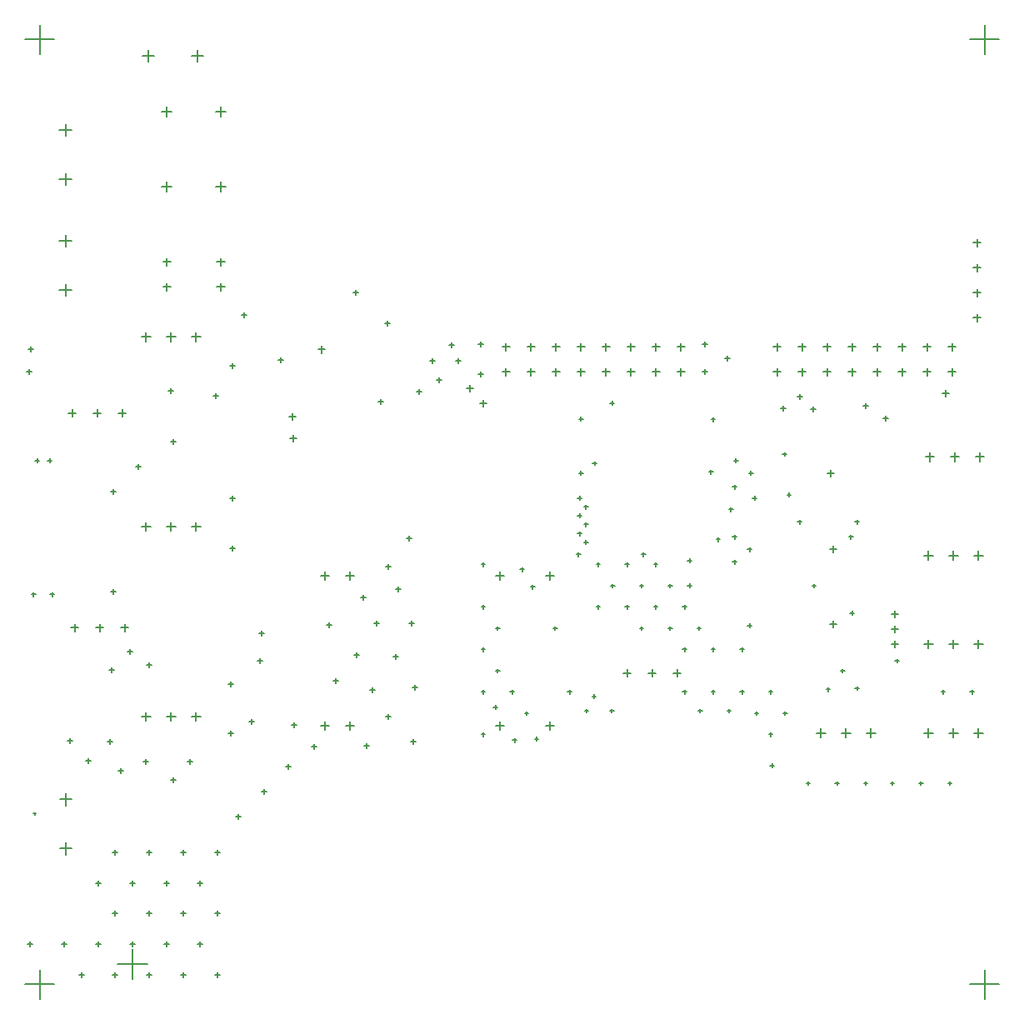
<source format=gbr>
G04 Layer_Color=128*
%FSLAX25Y25*%
%MOIN*%
%TF.FileFunction,Drillmap*%
%TF.Part,Single*%
G01*
G75*
%TA.AperFunction,NonConductor*%
%ADD55C,0.00500*%
D55*
X381100Y246900D02*
X384100D01*
X382600Y245400D02*
Y248400D01*
X381100Y256900D02*
X384100D01*
X382600Y255400D02*
Y258400D01*
X381100Y266900D02*
X384100D01*
X382600Y265400D02*
Y268400D01*
X381100Y276900D02*
X384100D01*
X382600Y275400D02*
Y278400D01*
X1695Y358253D02*
X13506D01*
X7600Y352347D02*
Y364158D01*
X379647Y358253D02*
X391458D01*
X385553Y352347D02*
Y364158D01*
X379647Y-19700D02*
X391458D01*
X385553Y-25605D02*
Y-13794D01*
X1695Y-19700D02*
X13506D01*
X7600Y-25605D02*
Y-13794D01*
X38794Y-11600D02*
X50605D01*
X44700Y-17505D02*
Y-5694D01*
X15738Y34558D02*
X20462D01*
X18100Y32195D02*
Y36920D01*
X15738Y54242D02*
X20462D01*
X18100Y51880D02*
Y56605D01*
X48608Y351800D02*
X53333D01*
X50970Y349438D02*
Y354162D01*
X68293Y351800D02*
X73018D01*
X70655Y349438D02*
Y354162D01*
X15504Y322143D02*
X20229D01*
X17866Y319780D02*
Y324505D01*
X15504Y302457D02*
X20229D01*
X17866Y300095D02*
Y304820D01*
X15504Y277642D02*
X20229D01*
X17866Y275280D02*
Y280005D01*
X15504Y257958D02*
X20229D01*
X17866Y255595D02*
Y260320D01*
X48329Y239300D02*
X51872D01*
X50100Y237528D02*
Y241072D01*
X58328Y239300D02*
X61872D01*
X60100Y237528D02*
Y241072D01*
X68328Y239300D02*
X71872D01*
X70100Y237528D02*
Y241072D01*
X48329Y163350D02*
X51872D01*
X50100Y161578D02*
Y165122D01*
X58328Y163350D02*
X61872D01*
X60100Y161578D02*
Y165122D01*
X68328Y163350D02*
X71872D01*
X70100Y161578D02*
Y165122D01*
X48329Y87400D02*
X51872D01*
X50100Y85628D02*
Y89172D01*
X58328Y87400D02*
X61872D01*
X60100Y85628D02*
Y89172D01*
X68328Y87400D02*
X71872D01*
X70100Y85628D02*
Y89172D01*
X361929Y191300D02*
X365472D01*
X363700Y189528D02*
Y193072D01*
X371929Y191300D02*
X375472D01*
X373700Y189528D02*
Y193072D01*
X381928Y191300D02*
X385472D01*
X383700Y189528D02*
Y193072D01*
X381328Y151800D02*
X384871D01*
X383100Y150028D02*
Y153572D01*
X371328Y151800D02*
X374871D01*
X373100Y150028D02*
Y153572D01*
X361328Y151800D02*
X364871D01*
X363100Y150028D02*
Y153572D01*
X318328Y80800D02*
X321872D01*
X320100Y79028D02*
Y82572D01*
X328328Y80800D02*
X331872D01*
X330100Y79028D02*
Y82572D01*
X338329Y80800D02*
X341872D01*
X340100Y79028D02*
Y82572D01*
X361328Y80800D02*
X364872D01*
X363100Y79028D02*
Y82572D01*
X371328Y80800D02*
X374871D01*
X373100Y79028D02*
Y82572D01*
X381328Y80800D02*
X384872D01*
X383100Y79028D02*
Y82572D01*
X361328Y116341D02*
X364872D01*
X363100Y114570D02*
Y118113D01*
X371328Y116341D02*
X374871D01*
X373100Y114570D02*
Y118113D01*
X381328Y116341D02*
X384872D01*
X383100Y114570D02*
Y118113D01*
X212600Y235300D02*
X215600D01*
X214100Y233800D02*
Y236800D01*
X202600Y235300D02*
X205600D01*
X204100Y233800D02*
Y236800D01*
X262600Y235300D02*
X265600D01*
X264100Y233800D02*
Y236800D01*
X252600Y235300D02*
X255600D01*
X254100Y233800D02*
Y236800D01*
X242600Y235300D02*
X245600D01*
X244100Y233800D02*
Y236800D01*
X232600Y235300D02*
X235600D01*
X234100Y233800D02*
Y236800D01*
X222600Y235300D02*
X225600D01*
X224100Y233800D02*
Y236800D01*
X192600Y235300D02*
X195600D01*
X194100Y233800D02*
Y236800D01*
X212600Y225300D02*
X215600D01*
X214100Y223800D02*
Y226800D01*
X202600Y225300D02*
X205600D01*
X204100Y223800D02*
Y226800D01*
X262600Y225300D02*
X265600D01*
X264100Y223800D02*
Y226800D01*
X252600Y225300D02*
X255600D01*
X254100Y223800D02*
Y226800D01*
X242600Y225300D02*
X245600D01*
X244100Y223800D02*
Y226800D01*
X232600Y225300D02*
X235600D01*
X234100Y223800D02*
Y226800D01*
X222600Y225300D02*
X225600D01*
X224100Y223800D02*
Y226800D01*
X192600Y225300D02*
X195600D01*
X194100Y223800D02*
Y226800D01*
X321100Y225300D02*
X324100D01*
X322600Y223800D02*
Y226800D01*
X311100Y225300D02*
X314100D01*
X312600Y223800D02*
Y226800D01*
X371100Y225300D02*
X374100D01*
X372600Y223800D02*
Y226800D01*
X361100Y225300D02*
X364100D01*
X362600Y223800D02*
Y226800D01*
X351100Y225300D02*
X354100D01*
X352600Y223800D02*
Y226800D01*
X341100Y225300D02*
X344100D01*
X342600Y223800D02*
Y226800D01*
X331100Y225300D02*
X334100D01*
X332600Y223800D02*
Y226800D01*
X301100Y225300D02*
X304100D01*
X302600Y223800D02*
Y226800D01*
X321100Y235300D02*
X324100D01*
X322600Y233800D02*
Y236800D01*
X311100Y235300D02*
X314100D01*
X312600Y233800D02*
Y236800D01*
X371100Y235300D02*
X374100D01*
X372600Y233800D02*
Y236800D01*
X361100Y235300D02*
X364100D01*
X362600Y233800D02*
Y236800D01*
X351100Y235300D02*
X354100D01*
X352600Y233800D02*
Y236800D01*
X341100Y235300D02*
X344100D01*
X342600Y233800D02*
Y236800D01*
X331100Y235300D02*
X334100D01*
X332600Y233800D02*
Y236800D01*
X301100Y235300D02*
X304100D01*
X302600Y233800D02*
Y236800D01*
X210125Y143700D02*
X213275D01*
X211700Y142125D02*
Y145275D01*
X190125Y143700D02*
X193275D01*
X191700Y142125D02*
Y145275D01*
X130125Y143700D02*
X133275D01*
X131700Y142125D02*
Y145275D01*
X120125Y143700D02*
X123275D01*
X121700Y142125D02*
Y145275D01*
X120125Y83700D02*
X123275D01*
X121700Y82125D02*
Y85275D01*
X210125Y83700D02*
X213275D01*
X211700Y82125D02*
Y85275D01*
X190125Y83700D02*
X193275D01*
X191700Y82125D02*
Y85275D01*
X130125Y83700D02*
X133275D01*
X131700Y82125D02*
Y85275D01*
X251100Y104800D02*
X254100D01*
X252600Y103300D02*
Y106300D01*
X261100Y104800D02*
X264100D01*
X262600Y103300D02*
Y106300D01*
X241100Y104800D02*
X244100D01*
X242600Y103300D02*
Y106300D01*
X30084Y123000D02*
X33084D01*
X31584Y121500D02*
Y124500D01*
X40084Y123000D02*
X43084D01*
X41584Y121500D02*
Y124500D01*
X20084Y123000D02*
X23084D01*
X21584Y121500D02*
Y124500D01*
X56510Y329300D02*
X60447D01*
X58479Y327331D02*
Y331269D01*
X56510Y299300D02*
X60447D01*
X58479Y297332D02*
Y301269D01*
X56904Y269300D02*
X60053D01*
X58479Y267725D02*
Y270875D01*
X56904Y259300D02*
X60053D01*
X58479Y257725D02*
Y260875D01*
X78010Y329300D02*
X81947D01*
X79979Y327331D02*
Y331269D01*
X78010Y299300D02*
X81947D01*
X79979Y297332D02*
Y301269D01*
X78404Y269300D02*
X81554D01*
X79979Y267725D02*
Y270875D01*
X78404Y259300D02*
X81554D01*
X79979Y257725D02*
Y260875D01*
X19100Y208800D02*
X22100D01*
X20600Y207300D02*
Y210300D01*
X29100Y208800D02*
X32100D01*
X30600Y207300D02*
Y210300D01*
X39100Y208800D02*
X42100D01*
X40600Y207300D02*
Y210300D01*
X368700Y216700D02*
X371500D01*
X370100Y215300D02*
Y218100D01*
X83600Y174800D02*
X85600D01*
X84600Y173800D02*
Y175800D01*
X83600Y154800D02*
X85600D01*
X84600Y153800D02*
Y155800D01*
X370875Y60705D02*
X372375D01*
X371624Y59955D02*
Y61455D01*
X314350Y60800D02*
X315850D01*
X315100Y60050D02*
Y61550D01*
X325850Y60800D02*
X327350D01*
X326600Y60050D02*
Y61550D01*
X337350Y60800D02*
X338850D01*
X338100Y60050D02*
Y61550D01*
X304850Y192339D02*
X306350D01*
X305600Y191589D02*
Y193089D01*
X196826Y77945D02*
X198326D01*
X197575Y77195D02*
Y78695D01*
X184350Y80300D02*
X185850D01*
X185100Y79550D02*
Y81050D01*
X205548Y78498D02*
X207048D01*
X206298Y77748D02*
Y79248D01*
X287850Y97300D02*
X289350D01*
X288600Y96550D02*
Y98050D01*
X276350Y97300D02*
X277850D01*
X277100Y96550D02*
Y98050D01*
X264850Y97300D02*
X266350D01*
X265600Y96550D02*
Y98050D01*
X282600Y89800D02*
X284100D01*
X283350Y89050D02*
Y90550D01*
X271100Y89800D02*
X272600D01*
X271850Y89050D02*
Y90550D01*
X228548Y95498D02*
X230048D01*
X229298Y94748D02*
Y96248D01*
X184350Y97300D02*
X185850D01*
X185100Y96550D02*
Y98050D01*
X189125Y91155D02*
X190624D01*
X189874Y90405D02*
Y91905D01*
X190100Y105800D02*
X191600D01*
X190850Y105050D02*
Y106550D01*
X195850Y97300D02*
X197350D01*
X196600Y96550D02*
Y98050D01*
X201600Y88800D02*
X203100D01*
X202350Y88050D02*
Y89550D01*
X225600Y89800D02*
X227100D01*
X226350Y89050D02*
Y90550D01*
X235750Y89800D02*
X237250D01*
X236500Y89050D02*
Y90550D01*
X218850Y97300D02*
X220350D01*
X219600Y96550D02*
Y98050D01*
X322350Y98300D02*
X323850D01*
X323100Y97550D02*
Y99050D01*
X305100Y88800D02*
X306600D01*
X305850Y88050D02*
Y89550D01*
X299350Y97300D02*
X300850D01*
X300100Y96550D02*
Y98050D01*
X293600Y88800D02*
X295100D01*
X294350Y88050D02*
Y89550D01*
X333850Y98800D02*
X335350D01*
X334600Y98050D02*
Y99550D01*
X328100Y105800D02*
X329600D01*
X328850Y105050D02*
Y106550D01*
X349850Y109800D02*
X351350D01*
X350600Y109050D02*
Y110550D01*
X368350Y97300D02*
X369850D01*
X369100Y96550D02*
Y98050D01*
X379850Y97300D02*
X381350D01*
X380600Y96550D02*
Y98050D01*
X359374Y60705D02*
X360875D01*
X360124Y59955D02*
Y61455D01*
X347874Y60705D02*
X349375D01*
X348624Y59955D02*
Y61455D01*
X299350Y80300D02*
X300850D01*
X300100Y79550D02*
Y81050D01*
X316600Y139800D02*
X318100D01*
X317350Y139050D02*
Y140550D01*
X333850Y165300D02*
X335350D01*
X334600Y164550D02*
Y166050D01*
X310850Y165300D02*
X312350D01*
X311600Y164550D02*
Y166050D01*
X306669Y176198D02*
X308169D01*
X307419Y175448D02*
Y176948D01*
X228850Y188800D02*
X230350D01*
X229600Y188050D02*
Y189550D01*
X278350Y158300D02*
X279850D01*
X279100Y157550D02*
Y159050D01*
X259100Y139800D02*
X260600D01*
X259850Y139050D02*
Y140550D01*
X264850Y131300D02*
X266350D01*
X265600Y130550D02*
Y132050D01*
X270600Y122800D02*
X272100D01*
X271350Y122050D02*
Y123550D01*
X253350Y148300D02*
X254850D01*
X254100Y147550D02*
Y149050D01*
X241850Y148300D02*
X243350D01*
X242600Y147550D02*
Y149050D01*
X230350Y148300D02*
X231850D01*
X231100Y147550D02*
Y149050D01*
X247600Y139800D02*
X249100D01*
X248350Y139050D02*
Y140550D01*
X236100Y139800D02*
X237600D01*
X236850Y139050D02*
Y140550D01*
X253350Y131300D02*
X254850D01*
X254100Y130550D02*
Y132050D01*
X241850Y131300D02*
X243350D01*
X242600Y130550D02*
Y132050D01*
X230350Y131300D02*
X231850D01*
X231100Y130550D02*
Y132050D01*
X184350Y131300D02*
X185850D01*
X185100Y130550D02*
Y132050D01*
X184350Y114300D02*
X185850D01*
X185100Y113550D02*
Y115050D01*
X190100Y122800D02*
X191600D01*
X190850Y122050D02*
Y123550D01*
X213100Y122800D02*
X214600D01*
X213850Y122050D02*
Y123550D01*
X247600Y122800D02*
X249100D01*
X248350Y122050D02*
Y123550D01*
X287850Y114300D02*
X289350D01*
X288600Y113550D02*
Y115050D01*
X276350Y114300D02*
X277850D01*
X277100Y113550D02*
Y115050D01*
X259100Y122800D02*
X260600D01*
X259850Y122050D02*
Y123550D01*
X264850Y114300D02*
X266350D01*
X265600Y113550D02*
Y115050D01*
X204049Y139300D02*
X205550D01*
X204800Y138550D02*
Y140050D01*
X184350Y148300D02*
X185850D01*
X185100Y147550D02*
Y149050D01*
X199850Y146300D02*
X201350D01*
X200600Y145550D02*
Y147050D01*
X348200Y122300D02*
X351000D01*
X349600Y120900D02*
Y123700D01*
X149100Y111400D02*
X151100D01*
X150100Y110400D02*
Y112400D01*
X136100Y135200D02*
X138100D01*
X137100Y134200D02*
Y136200D01*
X50400Y108200D02*
X52400D01*
X51400Y107200D02*
Y109200D01*
X42800Y113400D02*
X44800D01*
X43800Y112400D02*
Y114400D01*
X77100Y215800D02*
X79100D01*
X78100Y214800D02*
Y216800D01*
X83600Y227800D02*
X85600D01*
X84600Y226800D02*
Y228800D01*
X102900Y230100D02*
X104900D01*
X103900Y229100D02*
Y231100D01*
X3100Y234500D02*
X5100D01*
X4100Y233500D02*
Y235500D01*
X58900Y217800D02*
X60900D01*
X59900Y216800D02*
Y218800D01*
X2400Y225300D02*
X4400D01*
X3400Y224300D02*
Y226300D01*
X60100Y197300D02*
X62100D01*
X61100Y196300D02*
Y198300D01*
X46100Y187300D02*
X48100D01*
X47100Y186300D02*
Y188300D01*
X36100Y177300D02*
X38100D01*
X37100Y176300D02*
Y178300D01*
X36100Y137300D02*
X38100D01*
X37100Y136300D02*
Y138300D01*
X83135Y100353D02*
X85135D01*
X84135Y99353D02*
Y101353D01*
X83135Y80570D02*
X85135D01*
X84135Y79570D02*
Y81570D01*
X66600Y69300D02*
X68600D01*
X67600Y68300D02*
Y70300D01*
X49100Y69300D02*
X51100D01*
X50100Y68300D02*
Y70300D01*
X39000Y65700D02*
X41000D01*
X40000Y64700D02*
Y66700D01*
X18600Y77800D02*
X20600D01*
X19600Y76800D02*
Y78800D01*
X91400Y85400D02*
X93400D01*
X92400Y84400D02*
Y86400D01*
X34600Y77300D02*
X36600D01*
X35600Y76300D02*
Y78300D01*
X59900Y62200D02*
X61900D01*
X60900Y61200D02*
Y63200D01*
X26100Y69800D02*
X28100D01*
X27100Y68800D02*
Y70800D01*
X86100Y47300D02*
X88100D01*
X87100Y46300D02*
Y48300D01*
X96400Y57400D02*
X98400D01*
X97400Y56400D02*
Y58400D01*
X106100Y67300D02*
X108100D01*
X107100Y66300D02*
Y68300D01*
X35300Y106000D02*
X37300D01*
X36300Y105000D02*
Y107000D01*
X94600Y109600D02*
X96600D01*
X95600Y108600D02*
Y110600D01*
X154200Y158700D02*
X156200D01*
X155200Y157700D02*
Y159700D01*
X146100Y147300D02*
X148100D01*
X147100Y146300D02*
Y148300D01*
X150100Y138500D02*
X152100D01*
X151100Y137500D02*
Y139500D01*
X141300Y124600D02*
X143300D01*
X142300Y123600D02*
Y125600D01*
X155400Y124600D02*
X157400D01*
X156400Y123600D02*
Y125600D01*
X133200Y111900D02*
X135200D01*
X134200Y110900D02*
Y112900D01*
X139800Y98200D02*
X141800D01*
X140800Y97200D02*
Y99200D01*
X146100Y87300D02*
X148100D01*
X147100Y86300D02*
Y88300D01*
X125100Y101600D02*
X127100D01*
X126100Y100600D02*
Y102600D01*
X122500Y124000D02*
X124500D01*
X123500Y123000D02*
Y125000D01*
X95500Y120800D02*
X97500D01*
X96500Y119800D02*
Y121800D01*
X156700Y99100D02*
X158700D01*
X157700Y98100D02*
Y100100D01*
X116300Y75400D02*
X118300D01*
X117300Y74400D02*
Y76400D01*
X137400Y75800D02*
X139400D01*
X138400Y74800D02*
Y76800D01*
X156100Y77300D02*
X158100D01*
X157100Y76300D02*
Y78300D01*
X132900Y257000D02*
X134900D01*
X133900Y256000D02*
Y258000D01*
X88500Y248100D02*
X90500D01*
X89500Y247100D02*
Y249100D01*
X145600Y244605D02*
X147600D01*
X146600Y243605D02*
Y245605D01*
X142900Y213500D02*
X144900D01*
X143900Y212500D02*
Y214500D01*
X163700Y229700D02*
X165700D01*
X164700Y228700D02*
Y230700D01*
X158500Y217400D02*
X160500D01*
X159500Y216400D02*
Y218400D01*
X174100Y229800D02*
X176100D01*
X175100Y228800D02*
Y230800D01*
X183100Y236300D02*
X185100D01*
X184100Y235300D02*
Y237300D01*
X171300Y236000D02*
X173300D01*
X172300Y235000D02*
Y237000D01*
X166300Y222200D02*
X168300D01*
X167300Y221200D02*
Y223200D01*
X183100Y224300D02*
X185100D01*
X184100Y223300D02*
Y225300D01*
X281600Y230800D02*
X283600D01*
X282600Y229800D02*
Y231800D01*
X272600Y236300D02*
X274600D01*
X273600Y235300D02*
Y237300D01*
X272600Y225300D02*
X274600D01*
X273600Y224300D02*
Y226300D01*
X276350Y206300D02*
X277850D01*
X277100Y205550D02*
Y207050D01*
X316100Y210300D02*
X318100D01*
X317100Y209300D02*
Y211300D01*
X310600Y215300D02*
X312600D01*
X311600Y214300D02*
Y216300D01*
X304100Y210800D02*
X306100D01*
X305100Y209800D02*
Y211800D01*
X345100Y206800D02*
X347100D01*
X346100Y205800D02*
Y207800D01*
X337100Y211800D02*
X339100D01*
X338100Y210800D02*
Y212800D01*
X107700Y198800D02*
X110500D01*
X109100Y197400D02*
Y200200D01*
X183700Y212800D02*
X186500D01*
X185100Y211400D02*
Y214200D01*
X178200Y218800D02*
X181000D01*
X179600Y217400D02*
Y220200D01*
X223313Y206453D02*
X224887D01*
X224100Y205666D02*
Y207241D01*
X235813Y212800D02*
X237387D01*
X236600Y212013D02*
Y213587D01*
X222313Y152300D02*
X223887D01*
X223100Y151513D02*
Y153087D01*
X248313Y152300D02*
X249887D01*
X249100Y151513D02*
Y153087D01*
X275313Y185300D02*
X276887D01*
X276100Y184513D02*
Y186087D01*
X223313Y184800D02*
X224887D01*
X224100Y184013D02*
Y185587D01*
X299813Y67800D02*
X301387D01*
X300600Y67013D02*
Y68587D01*
X291313Y184800D02*
X292887D01*
X292100Y184013D02*
Y185587D01*
X290813Y154300D02*
X292387D01*
X291600Y153513D02*
Y155087D01*
X290813Y123800D02*
X292387D01*
X291600Y123013D02*
Y124587D01*
X266813Y139800D02*
X268387D01*
X267600Y139013D02*
Y140587D01*
X266813Y149800D02*
X268387D01*
X267600Y149013D02*
Y150587D01*
X284813Y149300D02*
X286387D01*
X285600Y148513D02*
Y150087D01*
X284813Y159300D02*
X286387D01*
X285600Y158513D02*
Y160087D01*
X285313Y189800D02*
X286887D01*
X286100Y189013D02*
Y190587D01*
X284813Y179300D02*
X286387D01*
X285600Y178513D02*
Y180087D01*
X283313Y170264D02*
X284887D01*
X284100Y169477D02*
Y171052D01*
X292813Y174800D02*
X294387D01*
X293600Y174013D02*
Y175587D01*
X225313Y157122D02*
X226887D01*
X226100Y156335D02*
Y157910D01*
X222813Y160658D02*
X224387D01*
X223600Y159871D02*
Y161445D01*
X225313Y164300D02*
X226887D01*
X226100Y163513D02*
Y165087D01*
X225313Y171300D02*
X226887D01*
X226100Y170513D02*
Y172087D01*
X222813Y167800D02*
X224387D01*
X223600Y167013D02*
Y168587D01*
X222813Y174800D02*
X224387D01*
X223600Y174013D02*
Y175587D01*
X323700Y124300D02*
X326500D01*
X325100Y122900D02*
Y125700D01*
X331813Y128800D02*
X333387D01*
X332600Y128013D02*
Y129587D01*
X331313Y159300D02*
X332887D01*
X332100Y158513D02*
Y160087D01*
X323700Y154300D02*
X326500D01*
X325100Y152900D02*
Y155700D01*
X322700Y184800D02*
X325500D01*
X324100Y183400D02*
Y186200D01*
X348200Y128300D02*
X351000D01*
X349600Y126900D02*
Y129700D01*
X348200Y116300D02*
X351000D01*
X349600Y114900D02*
Y117700D01*
X107200Y207300D02*
X110000D01*
X108600Y205900D02*
Y208700D01*
X5813Y189800D02*
X7387D01*
X6600Y189013D02*
Y190587D01*
X10813Y189800D02*
X12387D01*
X11600Y189013D02*
Y190587D01*
X108500Y84000D02*
X110500D01*
X109500Y83000D02*
Y85000D01*
X5100Y48700D02*
X6100D01*
X5600Y48200D02*
Y49200D01*
X77600Y33000D02*
X79600D01*
X78600Y32000D02*
Y34000D01*
X64000Y33000D02*
X66000D01*
X65000Y32000D02*
Y34000D01*
X57200Y20800D02*
X59200D01*
X58200Y19800D02*
Y21800D01*
X70800Y20800D02*
X72800D01*
X71800Y19800D02*
Y21800D01*
X43600Y20800D02*
X45600D01*
X44600Y19800D02*
Y21800D01*
X50400Y33000D02*
X52400D01*
X51400Y32000D02*
Y34000D01*
X50400Y8600D02*
X52400D01*
X51400Y7600D02*
Y9600D01*
X77600Y8600D02*
X79600D01*
X78600Y7600D02*
Y9600D01*
X64000Y8600D02*
X66000D01*
X65000Y7600D02*
Y9600D01*
X43600Y-3600D02*
X45600D01*
X44600Y-4600D02*
Y-2600D01*
X70800Y-3600D02*
X72800D01*
X71800Y-4600D02*
Y-2600D01*
X57200Y-3600D02*
X59200D01*
X58200Y-4600D02*
Y-2600D01*
X50400Y-15800D02*
X52400D01*
X51400Y-16800D02*
Y-14800D01*
X77600Y-15800D02*
X79600D01*
X78600Y-16800D02*
Y-14800D01*
X64000Y-15800D02*
X66000D01*
X65000Y-16800D02*
Y-14800D01*
X36800Y8600D02*
X38800D01*
X37800Y7600D02*
Y9600D01*
X36800Y33000D02*
X38800D01*
X37800Y32000D02*
Y34000D01*
X36800Y-15800D02*
X38800D01*
X37800Y-16800D02*
Y-14800D01*
X30000Y20800D02*
X32000D01*
X31000Y19800D02*
Y21800D01*
X30000Y-3600D02*
X32000D01*
X31000Y-4600D02*
Y-2600D01*
X16400Y-3600D02*
X18400D01*
X17400Y-4600D02*
Y-2600D01*
X2800Y-3600D02*
X4800D01*
X3800Y-4600D02*
Y-2600D01*
X23200Y-15800D02*
X25200D01*
X24200Y-16800D02*
Y-14800D01*
X118919Y234250D02*
X121719D01*
X120318Y232850D02*
Y235650D01*
X4313Y136300D02*
X5887D01*
X5100Y135513D02*
Y137087D01*
X11813Y136300D02*
X13387D01*
X12600Y135513D02*
Y137087D01*
%TF.MD5,2e5844b3b79415b038819a8b7f8f468c*%
M02*

</source>
